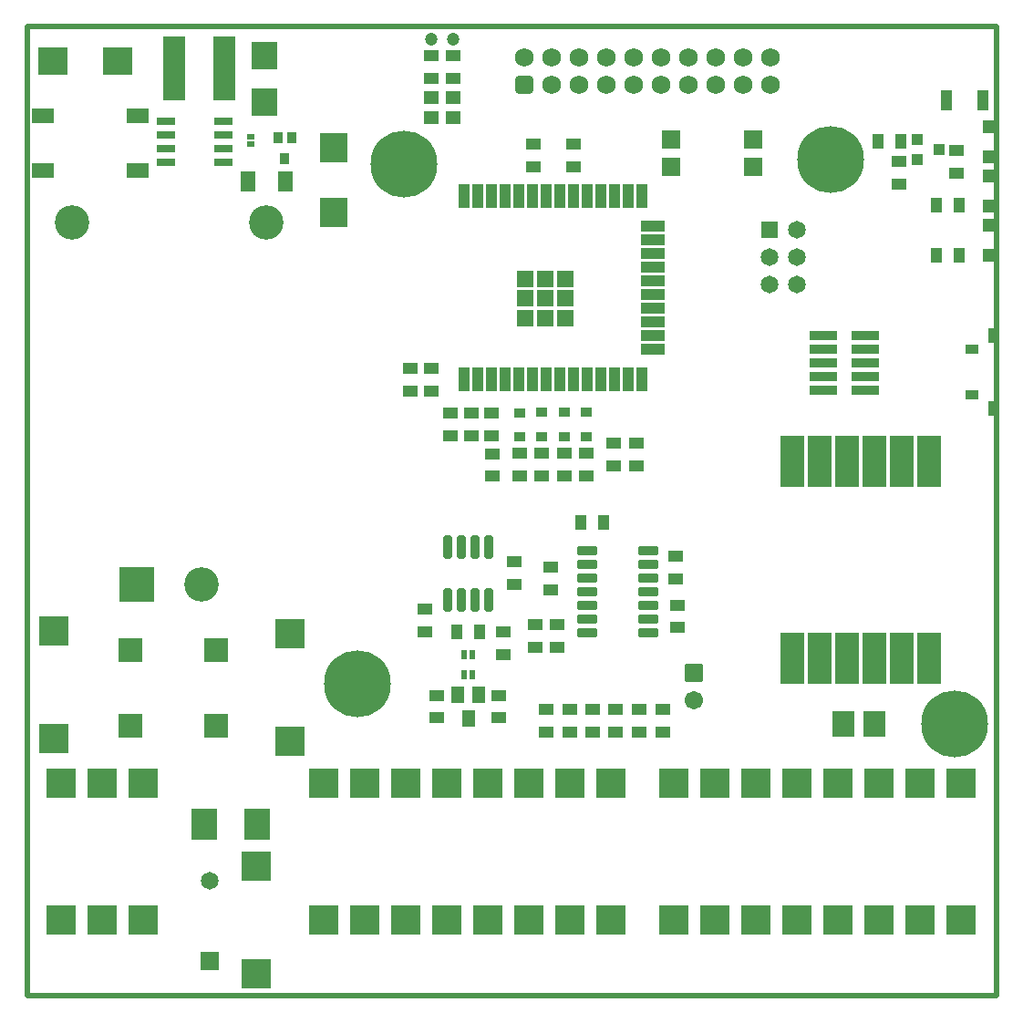
<source format=gts>
G04*
G04 #@! TF.GenerationSoftware,Altium Limited,Altium Designer,21.2.0 (30)*
G04*
G04 Layer_Color=8388736*
%FSLAX44Y44*%
%MOMM*%
G71*
G04*
G04 #@! TF.SameCoordinates,3859F847-68DD-49E8-8EE8-84FD9F862EB9*
G04*
G04*
G04 #@! TF.FilePolarity,Negative*
G04*
G01*
G75*
%ADD10C,0.5000*%
%ADD45R,1.2700X0.9000*%
%ADD46R,0.8000X1.4500*%
%ADD58R,1.4032X1.1032*%
%ADD59R,1.0332X0.8282*%
%ADD60R,1.1032X1.4032*%
G04:AMPARAMS|DCode=61|XSize=2.1732mm|YSize=0.7932mm|CornerRadius=0.1754mm|HoleSize=0mm|Usage=FLASHONLY|Rotation=270.000|XOffset=0mm|YOffset=0mm|HoleType=Round|Shape=RoundedRectangle|*
%AMROUNDEDRECTD61*
21,1,2.1732,0.4425,0,0,270.0*
21,1,1.8225,0.7932,0,0,270.0*
1,1,0.3507,-0.2213,-0.9113*
1,1,0.3507,-0.2213,0.9113*
1,1,0.3507,0.2213,0.9113*
1,1,0.3507,0.2213,-0.9113*
%
%ADD61ROUNDEDRECTD61*%
%ADD62R,2.3532X3.0032*%
%ADD63R,2.0032X2.4332*%
%ADD64R,2.6032X0.9632*%
%ADD65R,1.2032X1.2032*%
%ADD66R,1.0032X1.9032*%
%ADD67R,1.4032X1.2532*%
%ADD68R,1.5332X1.5332*%
%ADD69R,1.1032X2.2032*%
%ADD70R,2.2032X1.1032*%
G04:AMPARAMS|DCode=71|XSize=0.8532mm|YSize=1.8532mm|CornerRadius=0.1504mm|HoleSize=0mm|Usage=FLASHONLY|Rotation=90.000|XOffset=0mm|YOffset=0mm|HoleType=Round|Shape=RoundedRectangle|*
%AMROUNDEDRECTD71*
21,1,0.8532,1.5525,0,0,90.0*
21,1,0.5525,1.8532,0,0,90.0*
1,1,0.3007,0.7763,0.2763*
1,1,0.3007,0.7763,-0.2763*
1,1,0.3007,-0.7763,-0.2763*
1,1,0.3007,-0.7763,0.2763*
%
%ADD71ROUNDEDRECTD71*%
%ADD72R,1.2032X1.6032*%
%ADD73R,0.6032X0.9532*%
%ADD74R,1.1032X1.0032*%
%ADD75R,0.8032X0.6032*%
%ADD76R,2.1032X1.4032*%
%ADD77C,1.2032*%
%ADD78R,1.7532X0.8032*%
%ADD79R,2.7532X2.6532*%
%ADD80R,1.4532X1.8532*%
%ADD81R,2.0032X5.9032*%
%ADD82R,2.3532X2.6532*%
%ADD83R,0.9032X1.1032*%
%ADD84R,2.6532X2.7532*%
%ADD85R,3.2032X3.2032*%
%ADD86C,3.2032*%
%ADD87R,2.7032X2.7032*%
%ADD88R,2.7032X2.7032*%
%ADD89R,2.1844X4.7752*%
G04:AMPARAMS|DCode=90|XSize=1.7032mm|YSize=1.7032mm|CornerRadius=0.1541mm|HoleSize=0mm|Usage=FLASHONLY|Rotation=270.000|XOffset=0mm|YOffset=0mm|HoleType=Round|Shape=RoundedRectangle|*
%AMROUNDEDRECTD90*
21,1,1.7032,1.3950,0,0,270.0*
21,1,1.3950,1.7032,0,0,270.0*
1,1,0.3082,-0.6975,-0.6975*
1,1,0.3082,-0.6975,0.6975*
1,1,0.3082,0.6975,0.6975*
1,1,0.3082,0.6975,-0.6975*
%
%ADD90ROUNDEDRECTD90*%
%ADD91C,1.7032*%
%ADD92C,6.2032*%
%ADD93R,2.2032X2.2032*%
%ADD94R,1.6500X1.6500*%
%ADD95C,1.6500*%
%ADD96R,1.8032X1.8032*%
%ADD97C,1.7532*%
G04:AMPARAMS|DCode=98|XSize=1.7532mm|YSize=1.7532mm|CornerRadius=0.4891mm|HoleSize=0mm|Usage=FLASHONLY|Rotation=0.000|XOffset=0mm|YOffset=0mm|HoleType=Round|Shape=RoundedRectangle|*
%AMROUNDEDRECTD98*
21,1,1.7532,0.7750,0,0,0.0*
21,1,0.7750,1.7532,0,0,0.0*
1,1,0.9782,0.3875,-0.3875*
1,1,0.9782,-0.3875,-0.3875*
1,1,0.9782,-0.3875,0.3875*
1,1,0.9782,0.3875,0.3875*
%
%ADD98ROUNDEDRECTD98*%
%ADD99C,1.6510*%
%ADD100R,1.6510X1.6510*%
D10*
X0Y900000D02*
X900000D01*
X0Y0D02*
X900000D01*
X0D02*
Y900000D01*
X900000D02*
X900000Y0D01*
D45*
X877150Y558600D02*
D03*
Y600600D02*
D03*
D46*
X896000Y545850D02*
D03*
Y613350D02*
D03*
D58*
X602400Y387100D02*
D03*
Y408100D02*
D03*
X498700Y504000D02*
D03*
Y483000D02*
D03*
X457200Y503800D02*
D03*
Y482800D02*
D03*
X544900Y492500D02*
D03*
Y513500D02*
D03*
X603900Y362900D02*
D03*
Y341900D02*
D03*
X590000Y244700D02*
D03*
Y265700D02*
D03*
X568300D02*
D03*
Y244700D02*
D03*
X546775Y265700D02*
D03*
Y244700D02*
D03*
X525250Y265700D02*
D03*
Y244700D02*
D03*
X503725Y265700D02*
D03*
Y244700D02*
D03*
X482200Y244700D02*
D03*
Y265700D02*
D03*
X491800Y323600D02*
D03*
Y344600D02*
D03*
X471600Y344500D02*
D03*
Y323500D02*
D03*
X486600Y398300D02*
D03*
Y377300D02*
D03*
X452400Y403100D02*
D03*
Y382100D02*
D03*
X438400Y279200D02*
D03*
Y258200D02*
D03*
X862900Y764000D02*
D03*
Y785000D02*
D03*
X507800Y790800D02*
D03*
Y769800D02*
D03*
X469900Y790800D02*
D03*
Y769800D02*
D03*
X395800Y852100D02*
D03*
Y873100D02*
D03*
X375400Y852200D02*
D03*
Y873200D02*
D03*
X369500Y359100D02*
D03*
Y338100D02*
D03*
X380800Y258100D02*
D03*
Y279100D02*
D03*
X441900Y338200D02*
D03*
Y317200D02*
D03*
X519600Y504000D02*
D03*
Y483000D02*
D03*
X477900Y482900D02*
D03*
Y503900D02*
D03*
X566100Y513500D02*
D03*
Y492500D02*
D03*
X431600Y541100D02*
D03*
Y520100D02*
D03*
X392800D02*
D03*
Y541100D02*
D03*
X431700Y503500D02*
D03*
Y482500D02*
D03*
X412200Y541100D02*
D03*
Y520100D02*
D03*
X355900Y582900D02*
D03*
Y561900D02*
D03*
X375400Y582900D02*
D03*
Y561900D02*
D03*
X809800Y753900D02*
D03*
Y774900D02*
D03*
D59*
X498600Y519600D02*
D03*
Y541850D02*
D03*
X477800Y519475D02*
D03*
Y541725D02*
D03*
X519600Y541825D02*
D03*
Y519575D02*
D03*
X457300Y541700D02*
D03*
Y519450D02*
D03*
D60*
X514200Y439700D02*
D03*
X535200D02*
D03*
X865800Y688100D02*
D03*
X844800D02*
D03*
X811000Y794000D02*
D03*
X790000D02*
D03*
X865800Y734100D02*
D03*
X844800D02*
D03*
X399100Y338100D02*
D03*
X420100D02*
D03*
D61*
X428500Y417000D02*
D03*
X415800D02*
D03*
X403100D02*
D03*
X390400D02*
D03*
Y367500D02*
D03*
X403100D02*
D03*
X415800D02*
D03*
X428500D02*
D03*
D62*
X213750Y159500D02*
D03*
X164650D02*
D03*
D63*
X757700Y252300D02*
D03*
X786900D02*
D03*
D64*
X739600Y612900D02*
D03*
X739600Y600200D02*
D03*
Y587500D02*
D03*
Y574800D02*
D03*
X778600Y574800D02*
D03*
X778600Y587500D02*
D03*
Y600200D02*
D03*
Y612900D02*
D03*
X739600Y562100D02*
D03*
X778600D02*
D03*
D65*
X893600Y807500D02*
D03*
Y779500D02*
D03*
X893700Y733500D02*
D03*
Y761500D02*
D03*
X893800Y687500D02*
D03*
Y715500D02*
D03*
D66*
X887500Y831500D02*
D03*
X853500D02*
D03*
D67*
X395700Y815500D02*
D03*
Y834500D02*
D03*
X375500Y815500D02*
D03*
Y834500D02*
D03*
D68*
X499500Y666050D02*
D03*
Y647700D02*
D03*
Y629350D02*
D03*
X481150D02*
D03*
X462800D02*
D03*
Y647700D02*
D03*
Y666050D02*
D03*
X481150D02*
D03*
Y647700D02*
D03*
D69*
X406150Y742700D02*
D03*
X418850D02*
D03*
X431550D02*
D03*
X444250D02*
D03*
X456950D02*
D03*
X469650D02*
D03*
X482350D02*
D03*
X495050D02*
D03*
X507750D02*
D03*
X520450D02*
D03*
X533150D02*
D03*
X545850D02*
D03*
X558550D02*
D03*
X571250D02*
D03*
Y572700D02*
D03*
X558550D02*
D03*
X545850D02*
D03*
X533150D02*
D03*
X520450D02*
D03*
X507750D02*
D03*
X495050D02*
D03*
X482350D02*
D03*
X469650D02*
D03*
X456950D02*
D03*
X444250D02*
D03*
X431550D02*
D03*
X418850D02*
D03*
X406150D02*
D03*
D70*
X581250Y714850D02*
D03*
Y702150D02*
D03*
Y689450D02*
D03*
Y676750D02*
D03*
Y664050D02*
D03*
Y651350D02*
D03*
Y638650D02*
D03*
Y625950D02*
D03*
Y613250D02*
D03*
Y600550D02*
D03*
D71*
X576450Y337400D02*
D03*
Y350100D02*
D03*
Y362800D02*
D03*
Y375500D02*
D03*
Y388200D02*
D03*
Y400900D02*
D03*
Y413600D02*
D03*
X519950Y337400D02*
D03*
Y350100D02*
D03*
Y362800D02*
D03*
Y375500D02*
D03*
Y388200D02*
D03*
Y400900D02*
D03*
Y413600D02*
D03*
D72*
X419200Y279400D02*
D03*
X400200D02*
D03*
X409700Y257400D02*
D03*
D73*
X413700Y298350D02*
D03*
X405700Y316850D02*
D03*
Y298350D02*
D03*
X413700Y316850D02*
D03*
D74*
X826700Y795400D02*
D03*
Y776400D02*
D03*
X846700Y785900D02*
D03*
D75*
X207800Y798000D02*
D03*
Y791000D02*
D03*
D76*
X14900Y766200D02*
D03*
Y817200D02*
D03*
X102300Y766200D02*
D03*
Y817200D02*
D03*
D77*
X375500Y888700D02*
D03*
X395800D02*
D03*
D78*
X182700Y774450D02*
D03*
Y787150D02*
D03*
Y799850D02*
D03*
Y812550D02*
D03*
X128700D02*
D03*
Y799850D02*
D03*
Y787150D02*
D03*
Y774450D02*
D03*
D79*
X23800Y868300D02*
D03*
X84300D02*
D03*
D80*
X205050Y756000D02*
D03*
X239550D02*
D03*
D81*
X137000Y861700D02*
D03*
X183000D02*
D03*
D82*
X220700Y830100D02*
D03*
Y873100D02*
D03*
D83*
X239400Y777700D02*
D03*
X232900Y796700D02*
D03*
X245900D02*
D03*
D84*
X284800Y727250D02*
D03*
Y787750D02*
D03*
D85*
X101900Y382200D02*
D03*
D86*
X161900D02*
D03*
X41900Y718200D02*
D03*
X221900D02*
D03*
D87*
X791000Y70800D02*
D03*
X867200D02*
D03*
X829100D02*
D03*
X867200Y197800D02*
D03*
X600500Y70800D02*
D03*
X752900D02*
D03*
X714800D02*
D03*
X676700D02*
D03*
X638600D02*
D03*
X600500Y197800D02*
D03*
X752900D02*
D03*
X714800D02*
D03*
X676700D02*
D03*
X638600D02*
D03*
X829100D02*
D03*
X791000D02*
D03*
X31500Y70800D02*
D03*
X107700D02*
D03*
X69600D02*
D03*
X31500Y197800D02*
D03*
X107700D02*
D03*
X69600D02*
D03*
X465800D02*
D03*
X503900D02*
D03*
X313400D02*
D03*
X351500D02*
D03*
X389600D02*
D03*
X427700D02*
D03*
X275300D02*
D03*
X313400Y70800D02*
D03*
X351500D02*
D03*
X389600D02*
D03*
X427700D02*
D03*
X275300D02*
D03*
X542000Y197800D02*
D03*
X503900Y70800D02*
D03*
X542000D02*
D03*
X465800D02*
D03*
D88*
X25100Y239000D02*
D03*
Y339000D02*
D03*
X244400Y236300D02*
D03*
Y336300D02*
D03*
X212400Y120900D02*
D03*
Y20900D02*
D03*
D89*
X837700Y496500D02*
D03*
X812300D02*
D03*
X786900D02*
D03*
X761500D02*
D03*
X736100D02*
D03*
X710700D02*
D03*
X837700Y313300D02*
D03*
X812300D02*
D03*
X786900D02*
D03*
X761500D02*
D03*
X736100D02*
D03*
X710700D02*
D03*
D90*
X619300Y299600D02*
D03*
D91*
Y274200D02*
D03*
D92*
X306400Y290000D02*
D03*
X861200Y252300D02*
D03*
X746200Y776400D02*
D03*
X350100Y772600D02*
D03*
D93*
X95600Y250900D02*
D03*
Y320900D02*
D03*
X175600D02*
D03*
Y250900D02*
D03*
D94*
X689700Y711800D02*
D03*
D95*
X715100D02*
D03*
X715100Y686400D02*
D03*
X689700Y661000D02*
D03*
X715100D02*
D03*
X689700Y686400D02*
D03*
D96*
X674500Y795300D02*
D03*
Y769900D02*
D03*
X598300Y795300D02*
D03*
Y769900D02*
D03*
D97*
X690000Y871700D02*
D03*
X664600D02*
D03*
X639200D02*
D03*
X613800D02*
D03*
X588400D02*
D03*
X563000D02*
D03*
X537600D02*
D03*
X512200D02*
D03*
X486800D02*
D03*
X461400D02*
D03*
X690000Y846300D02*
D03*
X664600D02*
D03*
X639200D02*
D03*
X613800D02*
D03*
X588400D02*
D03*
X563000D02*
D03*
X537600D02*
D03*
X512200D02*
D03*
X486800D02*
D03*
D98*
X461400D02*
D03*
D99*
X169600Y107100D02*
D03*
D100*
Y32100D02*
D03*
M02*

</source>
